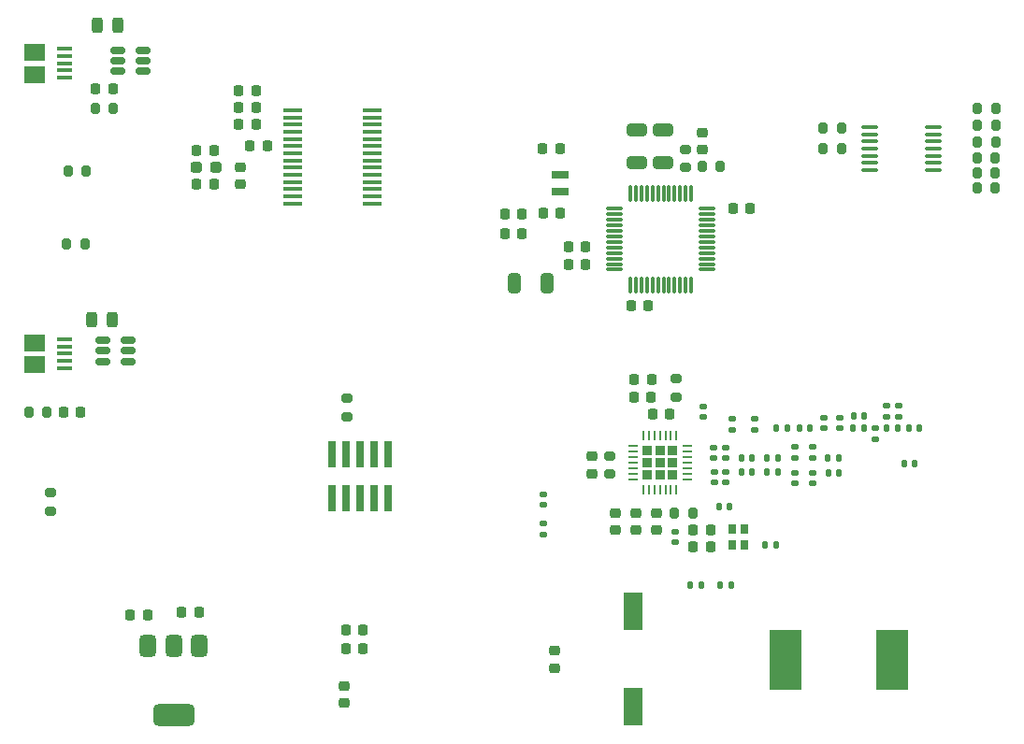
<source format=gbr>
%TF.GenerationSoftware,KiCad,Pcbnew,8.0.1*%
%TF.CreationDate,2024-11-06T07:31:16-05:00*%
%TF.ProjectId,SilverSat_Ground_Station,53696c76-6572-4536-9174-5f47726f756e,1.0 Beta*%
%TF.SameCoordinates,Original*%
%TF.FileFunction,Paste,Top*%
%TF.FilePolarity,Positive*%
%FSLAX46Y46*%
G04 Gerber Fmt 4.6, Leading zero omitted, Abs format (unit mm)*
G04 Created by KiCad (PCBNEW 8.0.1) date 2024-11-06 07:31:16*
%MOMM*%
%LPD*%
G01*
G04 APERTURE LIST*
G04 Aperture macros list*
%AMRoundRect*
0 Rectangle with rounded corners*
0 $1 Rounding radius*
0 $2 $3 $4 $5 $6 $7 $8 $9 X,Y pos of 4 corners*
0 Add a 4 corners polygon primitive as box body*
4,1,4,$2,$3,$4,$5,$6,$7,$8,$9,$2,$3,0*
0 Add four circle primitives for the rounded corners*
1,1,$1+$1,$2,$3*
1,1,$1+$1,$4,$5*
1,1,$1+$1,$6,$7*
1,1,$1+$1,$8,$9*
0 Add four rect primitives between the rounded corners*
20,1,$1+$1,$2,$3,$4,$5,0*
20,1,$1+$1,$4,$5,$6,$7,0*
20,1,$1+$1,$6,$7,$8,$9,0*
20,1,$1+$1,$8,$9,$2,$3,0*%
G04 Aperture macros list end*
%ADD10RoundRect,0.147500X-0.172500X0.147500X-0.172500X-0.147500X0.172500X-0.147500X0.172500X0.147500X0*%
%ADD11RoundRect,0.140000X-0.170000X0.140000X-0.170000X-0.140000X0.170000X-0.140000X0.170000X0.140000X0*%
%ADD12RoundRect,0.225000X-0.225000X-0.250000X0.225000X-0.250000X0.225000X0.250000X-0.225000X0.250000X0*%
%ADD13RoundRect,0.225000X0.225000X0.250000X-0.225000X0.250000X-0.225000X-0.250000X0.225000X-0.250000X0*%
%ADD14RoundRect,0.250000X0.650000X-0.325000X0.650000X0.325000X-0.650000X0.325000X-0.650000X-0.325000X0*%
%ADD15RoundRect,0.200000X-0.275000X0.200000X-0.275000X-0.200000X0.275000X-0.200000X0.275000X0.200000X0*%
%ADD16RoundRect,0.140000X-0.140000X-0.170000X0.140000X-0.170000X0.140000X0.170000X-0.140000X0.170000X0*%
%ADD17R,1.750000X0.450000*%
%ADD18RoundRect,0.147500X-0.147500X-0.172500X0.147500X-0.172500X0.147500X0.172500X-0.147500X0.172500X0*%
%ADD19RoundRect,0.135000X0.135000X0.185000X-0.135000X0.185000X-0.135000X-0.185000X0.135000X-0.185000X0*%
%ADD20RoundRect,0.218750X0.218750X0.256250X-0.218750X0.256250X-0.218750X-0.256250X0.218750X-0.256250X0*%
%ADD21RoundRect,0.140000X0.170000X-0.140000X0.170000X0.140000X-0.170000X0.140000X-0.170000X-0.140000X0*%
%ADD22RoundRect,0.200000X-0.200000X-0.275000X0.200000X-0.275000X0.200000X0.275000X-0.200000X0.275000X0*%
%ADD23RoundRect,0.225000X-0.250000X0.225000X-0.250000X-0.225000X0.250000X-0.225000X0.250000X0.225000X0*%
%ADD24RoundRect,0.225000X0.250000X-0.225000X0.250000X0.225000X-0.250000X0.225000X-0.250000X-0.225000X0*%
%ADD25R,0.740000X2.400000*%
%ADD26RoundRect,0.375000X-0.375000X0.625000X-0.375000X-0.625000X0.375000X-0.625000X0.375000X0.625000X0*%
%ADD27RoundRect,0.500000X-1.400000X0.500000X-1.400000X-0.500000X1.400000X-0.500000X1.400000X0.500000X0*%
%ADD28RoundRect,0.135000X0.185000X-0.135000X0.185000X0.135000X-0.185000X0.135000X-0.185000X-0.135000X0*%
%ADD29RoundRect,0.237500X-0.287500X-0.237500X0.287500X-0.237500X0.287500X0.237500X-0.287500X0.237500X0*%
%ADD30RoundRect,0.100000X0.637500X0.100000X-0.637500X0.100000X-0.637500X-0.100000X0.637500X-0.100000X0*%
%ADD31RoundRect,0.140000X0.140000X0.170000X-0.140000X0.170000X-0.140000X-0.170000X0.140000X-0.170000X0*%
%ADD32R,1.803400X3.352800*%
%ADD33RoundRect,0.200000X0.275000X-0.200000X0.275000X0.200000X-0.275000X0.200000X-0.275000X-0.200000X0*%
%ADD34RoundRect,0.200000X0.200000X0.275000X-0.200000X0.275000X-0.200000X-0.275000X0.200000X-0.275000X0*%
%ADD35RoundRect,0.150000X-0.512500X-0.150000X0.512500X-0.150000X0.512500X0.150000X-0.512500X0.150000X0*%
%ADD36RoundRect,0.075000X-0.662500X-0.075000X0.662500X-0.075000X0.662500X0.075000X-0.662500X0.075000X0*%
%ADD37RoundRect,0.075000X-0.075000X-0.662500X0.075000X-0.662500X0.075000X0.662500X-0.075000X0.662500X0*%
%ADD38RoundRect,0.135000X-0.185000X0.135000X-0.185000X-0.135000X0.185000X-0.135000X0.185000X0.135000X0*%
%ADD39RoundRect,0.243750X-0.243750X-0.456250X0.243750X-0.456250X0.243750X0.456250X-0.243750X0.456250X0*%
%ADD40R,1.500000X0.800000*%
%ADD41R,1.350000X0.400000*%
%ADD42R,1.900000X1.500000*%
%ADD43R,0.800000X0.900000*%
%ADD44RoundRect,0.135000X-0.135000X-0.185000X0.135000X-0.185000X0.135000X0.185000X-0.135000X0.185000X0*%
%ADD45RoundRect,0.147500X0.147500X0.172500X-0.147500X0.172500X-0.147500X-0.172500X0.147500X-0.172500X0*%
%ADD46R,2.900000X5.400000*%
%ADD47RoundRect,0.250000X-0.650000X0.325000X-0.650000X-0.325000X0.650000X-0.325000X0.650000X0.325000X0*%
%ADD48RoundRect,0.218750X-0.218750X-0.256250X0.218750X-0.256250X0.218750X0.256250X-0.218750X0.256250X0*%
%ADD49RoundRect,0.225000X0.225000X0.225000X-0.225000X0.225000X-0.225000X-0.225000X0.225000X-0.225000X0*%
%ADD50RoundRect,0.062500X0.337500X0.062500X-0.337500X0.062500X-0.337500X-0.062500X0.337500X-0.062500X0*%
%ADD51RoundRect,0.062500X0.062500X0.337500X-0.062500X0.337500X-0.062500X-0.337500X0.062500X-0.337500X0*%
%ADD52RoundRect,0.250000X-0.325000X-0.650000X0.325000X-0.650000X0.325000X0.650000X-0.325000X0.650000X0*%
G04 APERTURE END LIST*
D10*
%TO.C,L5*%
X150083000Y-77063000D03*
X150083000Y-78033000D03*
%TD*%
D11*
%TO.C,C70*%
X134647000Y-79088000D03*
X134647000Y-80048000D03*
%TD*%
D12*
%TO.C,C10*%
X151822000Y-53223000D03*
X153372000Y-53223000D03*
%TD*%
D13*
%TO.C,C50*%
X103447000Y-89798000D03*
X101897000Y-89798000D03*
%TD*%
D12*
%TO.C,C40*%
X94115000Y-42374000D03*
X95665000Y-42374000D03*
%TD*%
D11*
%TO.C,C24*%
X153797000Y-72263000D03*
X153797000Y-73223000D03*
%TD*%
D12*
%TO.C,C56*%
X108072000Y-47548000D03*
X109622000Y-47548000D03*
%TD*%
%TO.C,C49*%
X116747000Y-91363000D03*
X118297000Y-91363000D03*
%TD*%
D13*
%TO.C,C6*%
X138443000Y-58293000D03*
X136893000Y-58293000D03*
%TD*%
%TO.C,C14*%
X144412000Y-68679000D03*
X142862000Y-68679000D03*
%TD*%
D14*
%TO.C,C5*%
X145472000Y-49048000D03*
X145472000Y-46098000D03*
%TD*%
D15*
%TO.C,R10*%
X90027000Y-78945000D03*
X90027000Y-80595000D03*
%TD*%
D16*
%TO.C,C38*%
X167315000Y-76299000D03*
X168275000Y-76299000D03*
%TD*%
D17*
%TO.C,U4*%
X119170000Y-52739000D03*
X119170000Y-52089000D03*
X119170000Y-51439000D03*
X119170000Y-50789000D03*
X119170000Y-50139000D03*
X119170000Y-49489000D03*
X119170000Y-48839000D03*
X119170000Y-48189000D03*
X119170000Y-47539000D03*
X119170000Y-46889000D03*
X119170000Y-46239000D03*
X119170000Y-45589000D03*
X119170000Y-44939000D03*
X119170000Y-44289000D03*
X111970000Y-44289000D03*
X111970000Y-44939000D03*
X111970000Y-45589000D03*
X111970000Y-46239000D03*
X111970000Y-46889000D03*
X111970000Y-47539000D03*
X111970000Y-48189000D03*
X111970000Y-48839000D03*
X111970000Y-49489000D03*
X111970000Y-50139000D03*
X111970000Y-50789000D03*
X111970000Y-51439000D03*
X111970000Y-52089000D03*
X111970000Y-52739000D03*
%TD*%
D18*
%TO.C,L11*%
X162677000Y-73123000D03*
X163647000Y-73123000D03*
%TD*%
D19*
%TO.C,R14*%
X155733000Y-83695000D03*
X154713000Y-83695000D03*
%TD*%
D20*
%TO.C,L2*%
X146075500Y-71854000D03*
X144500500Y-71854000D03*
%TD*%
D21*
%TO.C,C32*%
X160060000Y-73087000D03*
X160060000Y-72127000D03*
%TD*%
D22*
%TO.C,R31*%
X173889699Y-48652000D03*
X175539699Y-48652000D03*
%TD*%
D13*
%TO.C,C17*%
X149747000Y-83798000D03*
X148197000Y-83798000D03*
%TD*%
D12*
%TO.C,C46*%
X107047000Y-42548000D03*
X108597000Y-42548000D03*
%TD*%
D23*
%TO.C,C55*%
X107172000Y-49448000D03*
X107172000Y-50998000D03*
%TD*%
D24*
%TO.C,C42*%
X135608001Y-94825499D03*
X135608001Y-93275499D03*
%TD*%
D11*
%TO.C,C26*%
X151172000Y-77068000D03*
X151172000Y-78028000D03*
%TD*%
D12*
%TO.C,C47*%
X103247000Y-50948000D03*
X104797000Y-50948000D03*
%TD*%
D25*
%TO.C,J7*%
X115532000Y-79398000D03*
X115532000Y-75498000D03*
X116802000Y-79398000D03*
X116802000Y-75498000D03*
X118072000Y-79398000D03*
X118072000Y-75498000D03*
X119342000Y-79398000D03*
X119342000Y-75498000D03*
X120612000Y-79398000D03*
X120612000Y-75498000D03*
%TD*%
D10*
%TO.C,L4*%
X150072000Y-74853000D03*
X150072000Y-75823000D03*
%TD*%
D26*
%TO.C,U7*%
X103447000Y-92798000D03*
X101147000Y-92798000D03*
X98847000Y-92798000D03*
D27*
X101147000Y-99098000D03*
%TD*%
D28*
%TO.C,R45*%
X134647000Y-82708000D03*
X134647000Y-81688000D03*
%TD*%
D13*
%TO.C,C51*%
X98797000Y-90048000D03*
X97247000Y-90048000D03*
%TD*%
D29*
%TO.C,FB1*%
X103247000Y-49448000D03*
X104997000Y-49448000D03*
%TD*%
D13*
%TO.C,C11*%
X132711500Y-53721500D03*
X131161500Y-53721500D03*
%TD*%
D30*
%TO.C,U9*%
X169938500Y-49713000D03*
X169938500Y-49063000D03*
X169938500Y-48413000D03*
X169938500Y-47763000D03*
X169938500Y-47113000D03*
X169938500Y-46463000D03*
X169938500Y-45813000D03*
X164213500Y-45813000D03*
X164213500Y-46463000D03*
X164213500Y-47113000D03*
X164213500Y-47763000D03*
X164213500Y-48413000D03*
X164213500Y-49063000D03*
X164213500Y-49713000D03*
%TD*%
D22*
%TO.C,R32*%
X173889699Y-49991000D03*
X175539699Y-49991000D03*
%TD*%
D16*
%TO.C,C36*%
X162705000Y-71980000D03*
X163665000Y-71980000D03*
%TD*%
D31*
%TO.C,C34*%
X161377000Y-77123000D03*
X160417000Y-77123000D03*
%TD*%
D32*
%TO.C,C43*%
X142722000Y-98328700D03*
X142722000Y-89667300D03*
%TD*%
D22*
%TO.C,R28*%
X173927000Y-44107000D03*
X175577000Y-44107000D03*
%TD*%
D33*
%TO.C,R17*%
X140622000Y-77273000D03*
X140622000Y-75623000D03*
%TD*%
D21*
%TO.C,C16*%
X146559000Y-83413000D03*
X146559000Y-82453000D03*
%TD*%
D16*
%TO.C,C27*%
X155730000Y-73124000D03*
X156690000Y-73124000D03*
%TD*%
D34*
%TO.C,R21*%
X93249500Y-49809500D03*
X91599500Y-49809500D03*
%TD*%
D24*
%TO.C,C23*%
X144907000Y-82348000D03*
X144907000Y-80798000D03*
%TD*%
D35*
%TO.C,U5*%
X96140500Y-38882500D03*
X96140500Y-39832500D03*
X96140500Y-40782500D03*
X98415500Y-40782500D03*
X98415500Y-39832500D03*
X98415500Y-38882500D03*
%TD*%
D21*
%TO.C,C35*%
X161457000Y-73087000D03*
X161457000Y-72127000D03*
%TD*%
D12*
%TO.C,C3*%
X134577500Y-47752500D03*
X136127500Y-47752500D03*
%TD*%
D18*
%TO.C,L6*%
X154887000Y-75798000D03*
X155857000Y-75798000D03*
%TD*%
D23*
%TO.C,C22*%
X139047000Y-75648000D03*
X139047000Y-77198000D03*
%TD*%
D36*
%TO.C,U2*%
X141097000Y-53229000D03*
X141097000Y-53729000D03*
X141097000Y-54229000D03*
X141097000Y-54729000D03*
X141097000Y-55229000D03*
X141097000Y-55729000D03*
X141097000Y-56229000D03*
X141097000Y-56729000D03*
X141097000Y-57229000D03*
X141097000Y-57729000D03*
X141097000Y-58229000D03*
X141097000Y-58729000D03*
D37*
X142509500Y-60141500D03*
X143009500Y-60141500D03*
X143509500Y-60141500D03*
X144009500Y-60141500D03*
X144509500Y-60141500D03*
X145009500Y-60141500D03*
X145509500Y-60141500D03*
X146009500Y-60141500D03*
X146509500Y-60141500D03*
X147009500Y-60141500D03*
X147509500Y-60141500D03*
X148009500Y-60141500D03*
D36*
X149422000Y-58729000D03*
X149422000Y-58229000D03*
X149422000Y-57729000D03*
X149422000Y-57229000D03*
X149422000Y-56729000D03*
X149422000Y-56229000D03*
X149422000Y-55729000D03*
X149422000Y-55229000D03*
X149422000Y-54729000D03*
X149422000Y-54229000D03*
X149422000Y-53729000D03*
X149422000Y-53229000D03*
D37*
X148009500Y-51816500D03*
X147509500Y-51816500D03*
X147009500Y-51816500D03*
X146509500Y-51816500D03*
X146009500Y-51816500D03*
X145509500Y-51816500D03*
X145009500Y-51816500D03*
X144509500Y-51816500D03*
X144009500Y-51816500D03*
X143509500Y-51816500D03*
X143009500Y-51816500D03*
X142509500Y-51816500D03*
%TD*%
D38*
%TO.C,R39*%
X166785000Y-71045000D03*
X166785000Y-72065000D03*
%TD*%
D22*
%TO.C,R27*%
X173927000Y-45631000D03*
X175577000Y-45631000D03*
%TD*%
D31*
%TO.C,C29*%
X153552000Y-77098000D03*
X152592000Y-77098000D03*
%TD*%
D39*
%TO.C,F2*%
X94215500Y-36620000D03*
X96090500Y-36620000D03*
%TD*%
D34*
%TO.C,R16*%
X148145000Y-80811000D03*
X146495000Y-80811000D03*
%TD*%
D13*
%TO.C,C15*%
X144399000Y-70330000D03*
X142849000Y-70330000D03*
%TD*%
D31*
%TO.C,C69*%
X151607000Y-87348000D03*
X150647000Y-87348000D03*
%TD*%
D40*
%TO.C,Y1*%
X136127500Y-51677500D03*
X136127500Y-50177500D03*
%TD*%
D34*
%TO.C,R20*%
X93110500Y-56374500D03*
X91460500Y-56374500D03*
%TD*%
D12*
%TO.C,C1*%
X91157000Y-71642000D03*
X92707000Y-71642000D03*
%TD*%
D10*
%TO.C,L3*%
X151765000Y-72258000D03*
X151765000Y-73228000D03*
%TD*%
D21*
%TO.C,C21*%
X149098000Y-72080000D03*
X149098000Y-71120000D03*
%TD*%
D22*
%TO.C,R18*%
X94065000Y-44152000D03*
X95715000Y-44152000D03*
%TD*%
D41*
%TO.C,J1*%
X91297000Y-65048000D03*
X91297000Y-65698000D03*
X91297000Y-66348000D03*
X91297000Y-66998000D03*
X91297000Y-67648000D03*
D42*
X88597000Y-65348000D03*
X88597000Y-67348000D03*
%TD*%
D12*
%TO.C,C48*%
X116744500Y-93103301D03*
X118294500Y-93103301D03*
%TD*%
D41*
%TO.C,J9*%
X91313000Y-38748000D03*
X91313000Y-39398000D03*
X91313000Y-40048000D03*
X91313000Y-40698000D03*
X91313000Y-41348000D03*
D42*
X88613000Y-39048000D03*
X88613000Y-41048000D03*
%TD*%
D12*
%TO.C,C39*%
X107061000Y-45593000D03*
X108611000Y-45593000D03*
%TD*%
D24*
%TO.C,C19*%
X141147000Y-82348000D03*
X141147000Y-80798000D03*
%TD*%
D18*
%TO.C,L10*%
X160387000Y-75773000D03*
X161357000Y-75773000D03*
%TD*%
D12*
%TO.C,C2*%
X134590500Y-53594500D03*
X136140500Y-53594500D03*
%TD*%
%TO.C,C44*%
X103247000Y-47948000D03*
X104797000Y-47948000D03*
%TD*%
D43*
%TO.C,X1*%
X152824000Y-83633000D03*
X152824000Y-82233000D03*
X151724000Y-82233000D03*
X151724000Y-83633000D03*
%TD*%
D22*
%TO.C,R29*%
X173889699Y-51341000D03*
X175539699Y-51341000D03*
%TD*%
%TO.C,R30*%
X173927000Y-47155000D03*
X175577000Y-47155000D03*
%TD*%
%TO.C,R33*%
X159972000Y-47773000D03*
X161622000Y-47773000D03*
%TD*%
D44*
%TO.C,R38*%
X165710000Y-73105000D03*
X166730000Y-73105000D03*
%TD*%
D22*
%TO.C,R34*%
X159972000Y-45948000D03*
X161622000Y-45948000D03*
%TD*%
D11*
%TO.C,C25*%
X151172000Y-74858000D03*
X151172000Y-75818000D03*
%TD*%
D13*
%TO.C,C18*%
X149747000Y-82298000D03*
X148197000Y-82298000D03*
%TD*%
D24*
%TO.C,C68*%
X143022000Y-82348000D03*
X143022000Y-80798000D03*
%TD*%
D22*
%TO.C,R11*%
X148983000Y-49346000D03*
X150633000Y-49346000D03*
%TD*%
D45*
%TO.C,L8*%
X158767000Y-73115000D03*
X157797000Y-73115000D03*
%TD*%
D22*
%TO.C,R1*%
X88059000Y-71642000D03*
X89709000Y-71642000D03*
%TD*%
D35*
%TO.C,U1*%
X94731000Y-65139000D03*
X94731000Y-66089000D03*
X94731000Y-67039000D03*
X97006000Y-67039000D03*
X97006000Y-66089000D03*
X97006000Y-65139000D03*
%TD*%
D18*
%TO.C,L7*%
X154877000Y-77098000D03*
X155847000Y-77098000D03*
%TD*%
D11*
%TO.C,C31*%
X157419000Y-77118000D03*
X157419000Y-78078000D03*
%TD*%
D21*
%TO.C,C33*%
X158999000Y-75763000D03*
X158999000Y-74803000D03*
%TD*%
D46*
%TO.C,L12*%
X166222000Y-94048000D03*
X156522000Y-94048000D03*
%TD*%
D16*
%TO.C,C28*%
X152592000Y-75791000D03*
X153552000Y-75791000D03*
%TD*%
D10*
%TO.C,L9*%
X158972000Y-77113000D03*
X158972000Y-78083000D03*
%TD*%
D47*
%TO.C,C13*%
X143122000Y-46098000D03*
X143122000Y-49048000D03*
%TD*%
D12*
%TO.C,C45*%
X107047000Y-44073000D03*
X108597000Y-44073000D03*
%TD*%
D44*
%TO.C,R44*%
X147912000Y-87348000D03*
X148932000Y-87348000D03*
%TD*%
D15*
%TO.C,R12*%
X147522000Y-47823000D03*
X147522000Y-49473000D03*
%TD*%
%TO.C,R13*%
X116822000Y-70398000D03*
X116822000Y-72048000D03*
%TD*%
D16*
%TO.C,C20*%
X150523000Y-80236000D03*
X151483000Y-80236000D03*
%TD*%
D13*
%TO.C,C9*%
X132711500Y-55499500D03*
X131161500Y-55499500D03*
%TD*%
D48*
%TO.C,L1*%
X136880500Y-56642000D03*
X138455500Y-56642000D03*
%TD*%
D13*
%TO.C,C12*%
X144097000Y-62023000D03*
X142547000Y-62023000D03*
%TD*%
D11*
%TO.C,C30*%
X157447000Y-74803000D03*
X157447000Y-75763000D03*
%TD*%
D49*
%TO.C,U3*%
X146305000Y-77329000D03*
X146305000Y-76209000D03*
X146305000Y-75089000D03*
X145185000Y-77329000D03*
X145185000Y-76209000D03*
X145185000Y-75089000D03*
X144065000Y-77329000D03*
X144065000Y-76209000D03*
X144065000Y-75089000D03*
D50*
X147635000Y-77709000D03*
X147635000Y-77209000D03*
X147635000Y-76709000D03*
X147635000Y-76209000D03*
X147635000Y-75709000D03*
X147635000Y-75209000D03*
X147635000Y-74709000D03*
D51*
X146685000Y-73759000D03*
X146185000Y-73759000D03*
X145685000Y-73759000D03*
X145185000Y-73759000D03*
X144685000Y-73759000D03*
X144185000Y-73759000D03*
X143685000Y-73759000D03*
D50*
X142735000Y-74709000D03*
X142735000Y-75209000D03*
X142735000Y-75709000D03*
X142735000Y-76209000D03*
X142735000Y-76709000D03*
X142735000Y-77209000D03*
X142735000Y-77709000D03*
D51*
X143685000Y-78659000D03*
X144185000Y-78659000D03*
X144685000Y-78659000D03*
X145185000Y-78659000D03*
X145685000Y-78659000D03*
X146185000Y-78659000D03*
X146685000Y-78659000D03*
%TD*%
D52*
%TO.C,C7*%
X132002000Y-59944000D03*
X134952000Y-59944000D03*
%TD*%
D24*
%TO.C,C4*%
X149046000Y-47848000D03*
X149046000Y-46298000D03*
%TD*%
D11*
%TO.C,C37*%
X164660000Y-73100000D03*
X164660000Y-74060000D03*
%TD*%
D39*
%TO.C,F1*%
X93718500Y-63239000D03*
X95593500Y-63239000D03*
%TD*%
D15*
%TO.C,R15*%
X146685000Y-68616000D03*
X146685000Y-70266000D03*
%TD*%
D38*
%TO.C,R37*%
X165660000Y-71030000D03*
X165660000Y-72050000D03*
%TD*%
D16*
%TO.C,C67*%
X167736000Y-73115000D03*
X168696000Y-73115000D03*
%TD*%
D23*
%TO.C,C41*%
X116567500Y-96438000D03*
X116567500Y-97988000D03*
%TD*%
M02*

</source>
